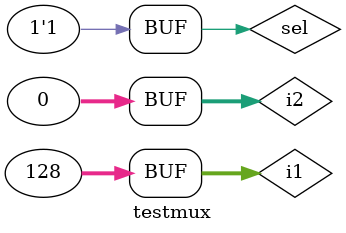
<source format=v>
`timescale 1ns / 1ps


module testmux;

	// Inputs
	reg [31:0] i1;
	reg [31:0] i2;
	reg sel;

	// Outputs
	wire [31:0] o;

	// Instantiate the Unit Under Test (UUT)
	mux uut (
		.i1(i1), 
		.i2(i2), 
		.sel(sel), 
		.o(o)
	);

	initial begin
		// Initialize Inputs
		i1 = 0;
		i2 = 0;
		sel = 0;

		// Wait 100 ns for global reset to finish
		#100;
      i1=128;
		// Add stimulus here
		#100;
		sel=1;
	end
      
endmodule


</source>
